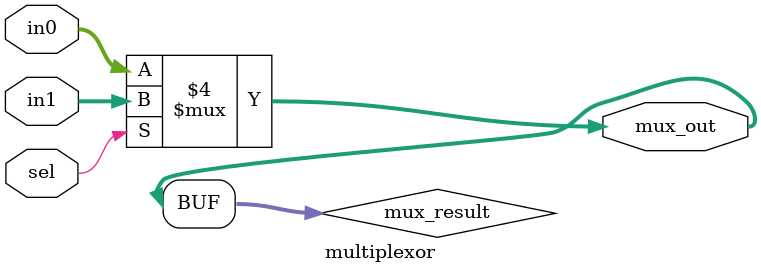
<source format=v>
module multiplexor
#(
    parameter integer WIDTH = 5
)
(
    input [WIDTH-1:0] in0,
    input [WIDTH-1:0] in1,
    input sel,
    output [WIDTH-1:0] mux_out
);

reg [WIDTH-1:0] mux_result;
assign mux_out = mux_result;

always @ (*) begin
    if (sel == 1'b0)
        mux_result = in0;
    else
        mux_result = in1;
end

endmodule
</source>
